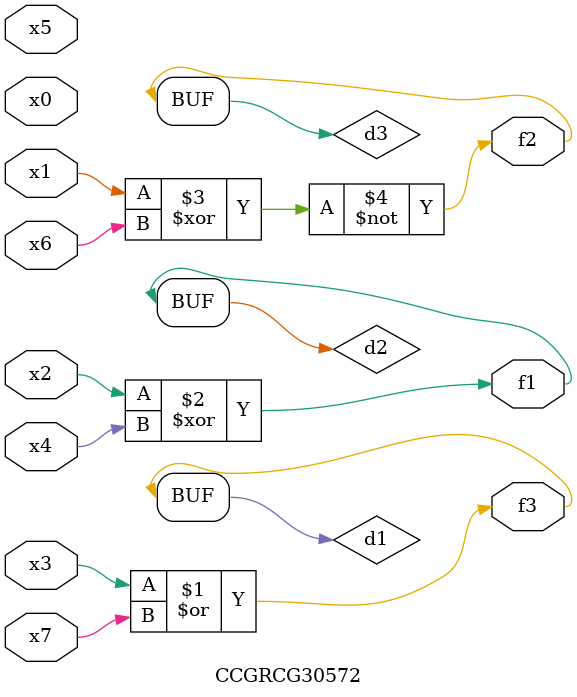
<source format=v>
module CCGRCG30572(
	input x0, x1, x2, x3, x4, x5, x6, x7,
	output f1, f2, f3
);

	wire d1, d2, d3;

	or (d1, x3, x7);
	xor (d2, x2, x4);
	xnor (d3, x1, x6);
	assign f1 = d2;
	assign f2 = d3;
	assign f3 = d1;
endmodule

</source>
